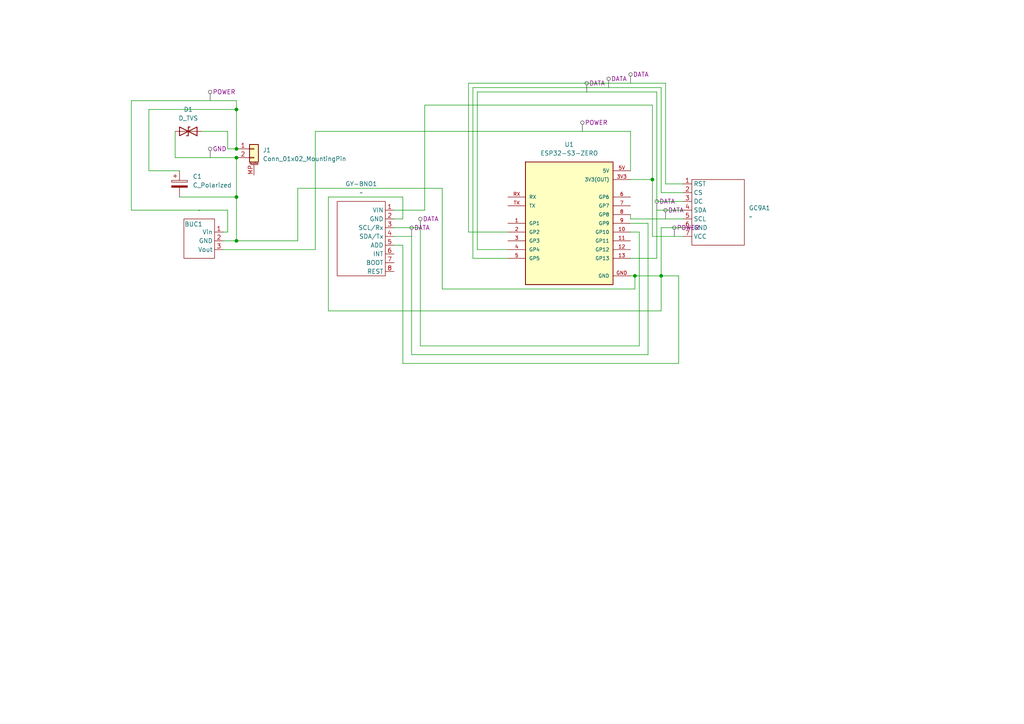
<source format=kicad_sch>
(kicad_sch (version 20250114) (generator "eeschema") (generator_version "9.0")
  (paper "A4")
  (lib_symbols
    (symbol "Connector_Generic_MountingPin:Conn_01x02_MountingPin" (pin_names (offset 1.016) (hide yes))
      (property "Reference" "J" (at 0 2.54 0))
      (property "Value" "Conn_01x02_MountingPin" (at 1.27 -5.08 0))
      (symbol "Conn_01x02_MountingPin_1_1"
        (rectangle (start -1.27 1.27) (end 1.27 -3.81) (stroke (width 0.254)) (fill (type background)))
        (rectangle (start -1.27 0.127) (end 0 -0.127) (stroke (width 0.1524)))
        (rectangle (start -1.27 -2.413) (end 0 -2.667) (stroke (width 0.1524)))
        (polyline (pts (xy -1.016 -4.572) (xy 1.016 -4.572)) (stroke (width 0.1524)))
        (text "Mounting" (at 0 -4.191 0) (effects (font (size 0.381 0.381))))
        (pin passive line (at -5.08 0 0) (length 3.81) (name "Pin_1") (number "1"))
        (pin passive line (at -5.08 -2.54 0) (length 3.81) (name "Pin_2") (number "2"))
        (pin passive line (at 0 -7.62 90) (length 3.048) (name "MountPin") (number "MP"))
      )
    )
    (symbol "Device:C_Polarized" (pin_numbers (hide yes)) (pin_names (offset 0.254))
      (property "Reference" "C" (at 0.635 2.54 0))
      (property "Value" "C_Polarized" (at 0.635 -2.54 0))
      (symbol "C_Polarized_0_1"
        (rectangle (start -2.286 0.508) (end 2.286 1.016))
        (polyline (pts (xy -1.778 2.286) (xy -0.762 2.286)))
        (polyline (pts (xy -1.27 2.794) (xy -1.27 1.778)))
        (rectangle (start 2.286 -0.508) (end -2.286 -1.016) (fill (type outline)))
      )
      (symbol "C_Polarized_1_1"
        (pin passive line (at 0 3.81 270) (length 2.794) (name "~") (number "1"))
        (pin passive line (at 0 -3.81 90) (length 2.794) (name "~") (number "2"))
      )
    )
    (symbol "Device:D_TVS" (pin_numbers (hide yes)) (pin_names (offset 1.016) (hide yes))
      (property "Reference" "D" (at 0 2.54 0))
      (property "Value" "D_TVS" (at 0 -2.54 0))
      (symbol "D_TVS_0_1"
        (polyline (pts (xy -2.54 1.27) (xy -2.54 -1.27) (xy 2.54 1.27) (xy 2.54 -1.27) (xy -2.54 1.27)) (stroke (width 0.254)))
        (polyline (pts (xy 0.508 1.27) (xy 0 1.27) (xy 0 -1.27) (xy -0.508 -1.27)) (stroke (width 0.254)))
        (polyline (pts (xy 1.27 0) (xy -1.27 0)))
      )
      (symbol "D_TVS_1_1"
        (pin passive line (at -3.81 0 0) (length 2.54) (name "A1") (number "1"))
        (pin passive line (at 3.81 0 180) (length 2.54) (name "A2") (number "2"))
      )
    )
    (symbol "ESP32-S3-ZERO:ESP32-S3-ZERO" (pin_names (offset 1.016))
      (property "Reference" "U" (at -12.7 18.542 0))
      (property "Value" "ESP32-S3-ZERO" (at -12.7 -20.32 0))
      (symbol "ESP32-S3-ZERO_0_0"
        (rectangle (start -12.7 -17.78) (end 12.7 17.78) (stroke (width 0.254)) (fill (type background)))
        (pin input line (at -17.78 7.62 0) (length 5.08) (name "RX") (number "RX"))
        (pin output line (at -17.78 5.08 0) (length 5.08) (name "TX") (number "TX"))
        (pin bidirectional line (at -17.78 0 0) (length 5.08) (name "GP1") (number "1"))
        (pin bidirectional line (at -17.78 -2.54 0) (length 5.08) (name "GP2") (number "2"))
        (pin bidirectional line (at -17.78 -5.08 0) (length 5.08) (name "GP3") (number "3"))
        (pin bidirectional line (at -17.78 -7.62 0) (length 5.08) (name "GP4") (number "4"))
        (pin bidirectional line (at -17.78 -10.16 0) (length 5.08) (name "GP5") (number "5"))
        (pin power_in line (at 17.78 15.24 180) (length 5.08) (name "5V") (number "5V"))
        (pin power_in line (at 17.78 12.7 180) (length 5.08) (name "3V3(OUT)") (number "3V3"))
        (pin bidirectional line (at 17.78 7.62 180) (length 5.08) (name "GP6") (number "6"))
        (pin bidirectional line (at 17.78 5.08 180) (length 5.08) (name "GP7") (number "7"))
        (pin bidirectional line (at 17.78 2.54 180) (length 5.08) (name "GP8") (number "8"))
        (pin bidirectional line (at 17.78 0 180) (length 5.08) (name "GP9") (number "9"))
        (pin bidirectional line (at 17.78 -2.54 180) (length 5.08) (name "GP10") (number "10"))
        (pin bidirectional line (at 17.78 -5.08 180) (length 5.08) (name "GP11") (number "11"))
        (pin bidirectional line (at 17.78 -7.62 180) (length 5.08) (name "GP12") (number "12"))
        (pin bidirectional line (at 17.78 -10.16 180) (length 5.08) (name "GP13") (number "13"))
        (pin power_in line (at 17.78 -15.24 180) (length 5.08) (name "GND") (number "GND"))
      )
    )
    (symbol "GC9A01_1.28:GC9A01"
      (property "Reference" "GC9A01" (at 12.7 5.334 0))
      (symbol "GC9A01_0_1"
        (rectangle (start 2.54 15.24) (end 17.78 -3.81))
      )
      (symbol "GC9A01_1_1"
        (pin input line (at 0 13.97 0) (length 2.54) (name "RST") (number "1"))
        (pin input line (at 0 11.43 0) (length 2.54) (name "CS") (number "2"))
        (pin input line (at 0 8.89 0) (length 2.54) (name "DC") (number "3"))
        (pin input line (at 0 6.35 0) (length 2.54) (name "SDA") (number "4"))
        (pin input line (at 0 3.81 0) (length 2.54) (name "SCL") (number "5"))
        (pin input line (at 0 1.27 0) (length 2.54) (name "GND") (number "6"))
        (pin input line (at 0 -1.27 0) (length 2.54) (name "VCC") (number "7"))
      )
    )
    (symbol "Mes_Symboles:GY-BNO055"
      (property "Reference" "GY-BNO055" (at -5.842 4.826 90))
      (symbol "GY-BNO055_0_1"
        (rectangle (start 6.35 20.32) (end -7.62 -1.27))
      )
      (symbol "GY-BNO055_1_1"
        (pin input line (at 8.89 17.78 180) (length 2.54) (name "VIN") (number "1"))
        (pin input line (at 8.89 15.24 180) (length 2.54) (name "GND") (number "2"))
        (pin input line (at 8.89 12.7 180) (length 2.54) (name "SCL/Rx") (number "3"))
        (pin input line (at 8.89 10.16 180) (length 2.54) (name "SDA/Tx") (number "4"))
        (pin input line (at 8.89 7.62 180) (length 2.54) (name "ADD") (number "5"))
        (pin input line (at 8.89 5.08 180) (length 2.54) (name "INT") (number "6"))
        (pin input line (at 8.89 2.54 180) (length 2.54) (name "BOOT") (number "7"))
        (pin input line (at 8.89 0 180) (length 2.54) (name "REST") (number "8"))
      )
    )
    (symbol "Mes_Symboles:bec"
      (property "Reference" "BUC" (at -9.144 10.16 0))
      (symbol "bec_0_1"
        (rectangle (start -2.54 11.43) (end -11.43 0))
      )
      (symbol "bec_1_1"
        (pin input line (at 0 7.62 180) (length 2.54) (name "Vin") (number "1"))
        (pin input line (at 0 5.08 180) (length 2.54) (name "GND") (number "2"))
        (pin input line (at 0 2.54 180) (length 2.54) (name "Vout") (number "3"))
      )
    )
  )
  (junction (at 68.58 43.18))
  (junction (at 189.23 52.07))
  (junction (at 68.58 57.15))
  (junction (at 68.58 45.72))
  (junction (at 68.58 69.85))
  (junction (at 191.77 80.01))
  (junction (at 184.15 80.01))
  (junction (at 68.58 31.75))
  (wire (pts (xy 66.04 67.31) (xy 66.04 60.96)))
  (wire (pts (xy 123.19 30.48) (xy 189.23 30.48)))
  (wire (pts (xy 68.58 43.18) (xy 66.04 43.18)))
  (wire (pts (xy 38.1 29.21) (xy 68.58 29.21)))
  (wire (pts (xy 86.36 54.61) (xy 128.27 54.61)))
  (wire (pts (xy 52.07 49.53) (xy 43.18 49.53)))
  (wire (pts (xy 196.85 105.41) (xy 196.85 80.01)))
  (wire (pts (xy 43.18 31.75) (xy 68.58 31.75)))
  (wire (pts (xy 68.58 69.85) (xy 86.36 69.85)))
  (wire (pts (xy 43.18 49.53) (xy 43.18 31.75)))
  (wire (pts (xy 190.5 60.96) (xy 198.12 60.96)))
  (wire (pts (xy 95.25 90.17) (xy 191.77 90.17)))
  (wire (pts (xy 123.19 60.96) (xy 123.19 30.48)))
  (wire (pts (xy 190.5 26.67) (xy 138.43 26.67)))
  (wire (pts (xy 191.77 55.88) (xy 191.77 25.4)))
  (wire (pts (xy 189.23 68.58) (xy 198.12 68.58)))
  (wire (pts (xy 182.88 38.1) (xy 182.88 49.53)))
  (wire (pts (xy 116.84 57.15) (xy 95.25 57.15)))
  (wire (pts (xy 191.77 25.4) (xy 137.16 25.4)))
  (wire (pts (xy 38.1 60.96) (xy 38.1 29.21)))
  (wire (pts (xy 91.44 72.39) (xy 91.44 38.1)))
  (wire (pts (xy 119.38 102.87) (xy 187.96 102.87)))
  (wire (pts (xy 191.77 80.01) (xy 191.77 66.04)))
  (wire (pts (xy 189.23 30.48) (xy 189.23 52.07)))
  (wire (pts (xy 182.88 63.5) (xy 198.12 63.5)))
  (wire (pts (xy 91.44 38.1) (xy 182.88 38.1)))
  (wire (pts (xy 114.3 71.12) (xy 116.84 71.12)))
  (wire (pts (xy 138.43 26.67) (xy 138.43 72.39)))
  (wire (pts (xy 128.27 83.82) (xy 184.15 83.82)))
  (wire (pts (xy 66.04 60.96) (xy 38.1 60.96)))
  (wire (pts (xy 68.58 31.75) (xy 68.58 43.18)))
  (wire (pts (xy 187.96 102.87) (xy 187.96 64.77)))
  (wire (pts (xy 182.88 64.77) (xy 187.96 64.77)))
  (wire (pts (xy 182.88 74.93) (xy 190.5 74.93)))
  (wire (pts (xy 114.3 66.04) (xy 121.92 66.04)))
  (wire (pts (xy 182.88 52.07) (xy 189.23 52.07)))
  (wire (pts (xy 193.04 53.34) (xy 198.12 53.34)))
  (wire (pts (xy 64.77 69.85) (xy 68.58 69.85)))
  (wire (pts (xy 193.04 24.13) (xy 135.89 24.13)))
  (wire (pts (xy 185.42 100.33) (xy 185.42 67.31)))
  (wire (pts (xy 182.88 63.5) (xy 182.88 62.23)))
  (wire (pts (xy 191.77 66.04) (xy 198.12 66.04)))
  (wire (pts (xy 68.58 45.72) (xy 68.58 57.15)))
  (wire (pts (xy 191.77 90.17) (xy 191.77 80.01)))
  (wire (pts (xy 66.04 38.1) (xy 58.42 38.1)))
  (wire (pts (xy 190.5 58.42) (xy 190.5 26.67)))
  (wire (pts (xy 190.5 60.96) (xy 190.5 74.93)))
  (wire (pts (xy 114.3 68.58) (xy 119.38 68.58)))
  (wire (pts (xy 64.77 72.39) (xy 91.44 72.39)))
  (wire (pts (xy 128.27 54.61) (xy 128.27 83.82)))
  (wire (pts (xy 116.84 105.41) (xy 196.85 105.41)))
  (wire (pts (xy 66.04 67.31) (xy 64.77 67.31)))
  (wire (pts (xy 191.77 55.88) (xy 198.12 55.88)))
  (wire (pts (xy 116.84 71.12) (xy 116.84 105.41)))
  (wire (pts (xy 137.16 74.93) (xy 147.32 74.93)))
  (wire (pts (xy 68.58 29.21) (xy 68.58 31.75)))
  (wire (pts (xy 52.07 57.15) (xy 68.58 57.15)))
  (wire (pts (xy 121.92 66.04) (xy 121.92 100.33)))
  (wire (pts (xy 121.92 100.33) (xy 185.42 100.33)))
  (wire (pts (xy 182.88 80.01) (xy 184.15 80.01)))
  (wire (pts (xy 116.84 63.5) (xy 116.84 57.15)))
  (wire (pts (xy 138.43 72.39) (xy 147.32 72.39)))
  (wire (pts (xy 66.04 43.18) (xy 66.04 38.1)))
  (wire (pts (xy 137.16 25.4) (xy 137.16 74.93)))
  (wire (pts (xy 185.42 67.31) (xy 182.88 67.31)))
  (wire (pts (xy 114.3 60.96) (xy 123.19 60.96)))
  (wire (pts (xy 196.85 80.01) (xy 191.77 80.01)))
  (wire (pts (xy 190.5 58.42) (xy 198.12 58.42)))
  (wire (pts (xy 50.8 45.72) (xy 68.58 45.72)))
  (wire (pts (xy 68.58 57.15) (xy 68.58 69.85)))
  (wire (pts (xy 86.36 69.85) (xy 86.36 54.61)))
  (wire (pts (xy 184.15 83.82) (xy 184.15 80.01)))
  (wire (pts (xy 95.25 57.15) (xy 95.25 90.17)))
  (wire (pts (xy 184.15 80.01) (xy 191.77 80.01)))
  (wire (pts (xy 189.23 52.07) (xy 189.23 68.58)))
  (wire (pts (xy 135.89 67.31) (xy 147.32 67.31)))
  (wire (pts (xy 135.89 24.13) (xy 135.89 67.31)))
  (wire (pts (xy 50.8 38.1) (xy 50.8 45.72)))
  (wire (pts (xy 119.38 68.58) (xy 119.38 102.87)))
  (wire (pts (xy 193.04 53.34) (xy 193.04 24.13)))
  (wire (pts (xy 114.3 63.5) (xy 116.84 63.5)))
  (netclass_flag "" (length 2.54) (shape round) (at 195.58 68.58 0) (property "Netclass" "POWER" (at 196.2785 66.04 0) (effects (justify left))))
  (netclass_flag "" (length 2.54) (shape round) (at 121.92 66.04 0) (property "Netclass" "DATA" (at 122.6185 63.5 0) (effects (justify left))))
  (netclass_flag "" (length 2.54) (shape round) (at 119.38 68.58 0) (property "Netclass" "DATA" (at 120.0785 66.04 0) (effects (justify left))))
  (netclass_flag "" (length 2.54) (shape round) (at 190.5 60.96 0) (property "Netclass" "DATA" (at 191.1985 58.42 0) (effects (justify left))))
  (netclass_flag "" (length 2.54) (shape round) (at 193.04 63.5 0) (property "Netclass" "DATA" (at 193.7385 60.96 0) (effects (justify left))))
  (netclass_flag "" (length 2.54) (shape round) (at 176.53 25.4 0) (property "Netclass" "DATA" (at 177.2285 22.86 0) (effects (justify left))))
  (netclass_flag "" (length 2.54) (shape round) (at 170.18 26.67 0) (property "Netclass" "DATA" (at 170.8785 24.13 0) (effects (justify left))))
  (netclass_flag "" (length 2.54) (shape round) (at 60.96 29.21 0) (property "Netclass" "POWER" (at 61.6585 26.67 0) (effects (justify left))))
  (netclass_flag "" (length 2.54) (shape round) (at 60.96 45.72 0) (property "Netclass" "GND" (at 61.6585 43.18 0) (effects (justify left))))
  (netclass_flag "" (length 2.54) (shape round) (at 182.88 24.13 0) (property "Netclass" "DATA" (at 183.5785 21.59 0) (effects (justify left))))
  (netclass_flag "" (length 2.54) (shape round) (at 168.91 38.1 0) (property "Netclass" "POWER" (at 169.6085 35.56 0) (effects (justify left))))
  (symbol (lib_id "Connector_Generic_MountingPin:Conn_01x02_MountingPin") (at 73.66 43.18 0) (unit 1)
    (property "Reference" "J1" (at 76.2 43.5355 0) (effects (justify left)))
    (property "Value" "Conn_01x02_MountingPin" (at 76.2 46.0755 0) (effects (justify left)))
    (property "Footprint" "Connector_JST:JST_XH_S2B-XH-A_1x02_P2.50mm_Horizontal" (effects (hide yes)))
    (property "Description" "Generic connectable mounting pin connector, single row, 01x02, script generated (kicad-library-utils/schlib/autogen/connector/)" (effects (hide yes)))
  )
  (symbol (lib_id "GC9A01_1.28:GC9A01") (at 198.12 67.31 0) (unit 1)
    (property "Reference" "GC9A1" (at 217.17 60.3249 0) (effects (justify left)))
    (property "Value" "~" (at 217.17 62.8649 0) (effects (justify left)))
    (property "Footprint" "Mes_Empreintes:GC9A01" (effects (hide yes)))
  )
  (symbol (lib_id "Mes_Symboles:GY-BNO055") (at 105.41 78.74 0) (unit 1)
    (property "Reference" "GY-BNO1" (at 104.775 53.34 0))
    (property "Value" "~" (at 104.775 55.88 0))
    (property "Footprint" "Mes_Empreintes:GY-BNO055" (effects (hide yes)))
  )
  (symbol (lib_id "Device:D_TVS") (at 54.61 38.1 180) (unit 1)
    (property "Reference" "D1" (at 54.61 31.75 0))
    (property "Value" "D_TVS" (at 54.61 34.29 0))
    (property "Footprint" "Diode_THT:D_DO-15_P10.16mm_Horizontal" (effects (hide yes)))
    (property "Description" "Bidirectional transient-voltage-suppression diode" (effects (hide yes)))
  )
  (symbol (lib_id "Mes_Symboles:bec") (at 64.77 74.93 0) (unit 1)
    (property "Reference" "BUC1" (at 56.134 65.024 0))
    (property "Value" "~" (at 57.785 60.96 0))
    (property "Footprint" "Mes_Empreintes:BEC" (effects (hide yes)))
  )
  (symbol (lib_id "Device:C_Polarized") (at 52.07 53.34 0) (unit 1)
    (property "Reference" "C1" (at 55.88 51.1809 0) (effects (justify left)))
    (property "Value" "C_Polarized" (at 55.88 53.7209 0) (effects (justify left)))
    (property "Footprint" "Capacitor_THT:CP_Radial_D8.0mm_P3.50mm" (effects (hide yes)))
    (property "Description" "Polarized capacitor" (effects (hide yes)))
  )
  (symbol (lib_id "ESP32-S3-ZERO:ESP32-S3-ZERO") (at 165.1 64.77 0) (unit 1)
    (property "Reference" "U1" (at 165.1 41.91 0))
    (property "Value" "ESP32-S3-ZERO" (at 165.1 44.45 0))
    (property "Footprint" "ESP32-S3-ZERO:MODULE_ESP32-S3-ZERO" (effects (hide yes)))
    (property "MF" "Waveshare Electronics" (effects (hide yes)))
    (property "MAXIMUM_PACKAGE_HEIGHT" "4.35mm" (effects (hide yes)))
    (property "CREATOR" "ANA" (effects (hide yes)))
    (property "Price" "None" (effects (hide yes)))
    (property "Package" "None" (effects (hide yes)))
    (property "Check_prices" "https://www.snapeda.com/parts/ESP32-S3-Zero/Waveshare+Electronics/view-part/?ref=eda" (effects (hide yes)))
    (property "STANDARD" "Manufacturer Recommendations" (effects (hide yes)))
    (property "PARTREV" "NA" (effects (hide yes)))
    (property "VERIFIER" "RODRIGO" (effects (hide yes)))
    (property "SnapEDA_Link" "https://www.snapeda.com/parts/ESP32-S3-Zero/Waveshare+Electronics/view-part/?ref=snap" (effects (hide yes)))
    (property "MP" "ESP32-S3-Zero" (effects (hide yes)))
    (property "Description_1" "ESP32-S3 Mini Development Board, Based on ESP32-S3FH4R2 Dual-Core Processor, 240MHz Running Frequency, 2.4GHz Wi-Fi & Bluetooth 5" (effects (hide yes)))
    (property "Availability" "Not in stock" (effects (hide yes)))
    (property "MANUFACTURER" "Waveshare" (effects (hide yes)))
  )
)
</source>
